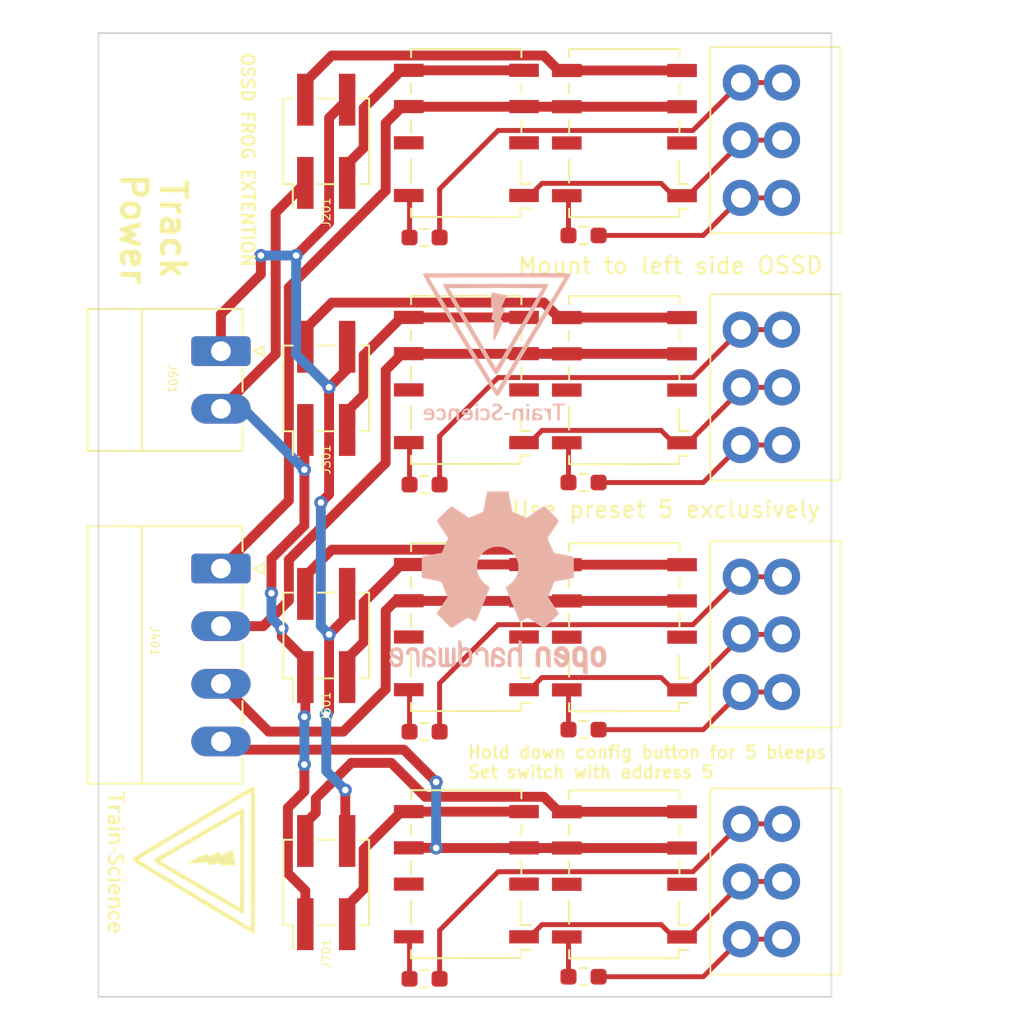
<source format=kicad_pcb>
(kicad_pcb (version 20240108) (generator "pcbnew") (generator_version "8.0")
  (layers (0 "F.Cu" signal) (31 "B.Cu" signal) (34 "B.Paste" user) (35 "F.Paste" user) (36 "B.SilkS" user "B.Silkscreen") (37 "F.SilkS" user "F.Silkscreen") (38 "B.Mask" user) (39 "F.Mask" user) (44 "Edge.Cuts" user))
  (net 0 "")
  (net 1 "/relay1/Coil2")
  (net 2 "/relay1/Coil1")
  (net 3 "+12V")
  (net 4 "/relay2/Coil2")
  (net 5 "/relay2/Coil1")
  (net 6 "/relay3/Coil1")
  (net 7 "/relay3/Coil2")
  (net 8 "/relay4/Coil1")
  (net 9 "/relay4/Coil2")
  (net 10 "Net-(J201-Pin_3)")
  (net 11 "Net-(J201-Pin_2)")
  (net 12 "DCC_A")
  (net 13 "DCC_B")
  (net 14 "Net-(J301-Pin_2)")
  (net 15 "Net-(J301-Pin_3)")
  (net 16 "/frog/Frog4")
  (net 17 "/frog/Frog2")
  (net 18 "/frog/Frog1")
  (net 19 "/frog/Frog3")
  (net 20 "Net-(J501-Pin_2)")
  (net 21 "Net-(J501-Pin_3)")
  (net 22 "Net-(J701-Pin_3)")
  (net 23 "Net-(J701-Pin_2)")
  (net 24 "Net-(K201-Pad8)")
  (net 28 "Net-(K202-Pad8)")
  (net 31 "Net-(K301-Pad8)")
  (net 34 "Net-(K302-Pad8)")
  (net 37 "Net-(K501-Pad8)")
  (net 40 "Net-(K502-Pad8)")
  (net 42 "Net-(K701-Pad8)")
  (net 46 "Net-(K702-Pad8)")
  (footprint "Relay_SMD:Relay_DPDT_Omron_G6K-2F-Y" (layer "F.Cu") (at 219.837 128.058 180)
    (property "Reference" "K701" (hide yes))
    (property "Value" "G6K-2F-Y-TR DC12")
    (pad "1" smd rect (at -3.5 -3.8 180) (size 1.8 0.8) (layers "F.Cu" "F.Paste" "F.Mask") (net 3 "+12V"))
    (pad "2" smd rect (at -3.5 -0.6 180) (size 1.8 0.8) (layers "F.Cu" "F.Paste" "F.Mask"))
    (pad "3" smd rect (at -3.5 1.6 180) (size 1.8 0.8) (layers "F.Cu" "F.Paste" "F.Mask") (net 16 "/frog/Frog4"))
    (pad "4" smd rect (at -3.5 3.8 180) (size 1.8 0.8) (layers "F.Cu" "F.Paste" "F.Mask") (net 22 "Net-(J701-Pin_3)"))
    (pad "5" smd rect (at 3.5 3.8 180) (size 1.8 0.8) (layers "F.Cu" "F.Paste" "F.Mask") (net 22 "Net-(J701-Pin_3)"))
    (pad "6" smd rect (at 3.5 1.6 180) (size 1.8 0.8) (layers "F.Cu" "F.Paste" "F.Mask") (net 16 "/frog/Frog4"))
    (pad "7" smd rect (at 3.5 -0.6 180) (size 1.8 0.8) (layers "F.Cu" "F.Paste" "F.Mask"))
    (pad "8" smd rect (at 3.5 -3.8 180) (size 1.8 0.8) (layers "F.Cu" "F.Paste" "F.Mask") (net 42 "Net-(K701-Pad8)"))
  )
  (footprint "custom_kicad_lib_sk:connector_3.50mm_3P horizontal_MALE" (layer "F.Cu") (at 236.5 128.5 90)
    (property "Reference" "J702" (hide yes))
    (property "Value" "Screw_Terminal_01x03" (hide yes))
    (pad "1" thru_hole circle (at 3.5 0 90) (size 2.2 2.2) (drill 1.2) (layers "*.Cu" "*.Mask") (net 9 "/relay4/Coil2"))
    (pad "1" thru_hole circle (at 3.5 2.5 90) (size 2.2 2.2) (drill 1.2) (layers "*.Cu" "*.Mask") (net 9 "/relay4/Coil2"))
    (pad "2" thru_hole circle (at 0 0 90) (size 2.2 2.2) (drill 1.2) (layers "*.Cu" "*.Mask") (net 3 "+12V"))
    (pad "2" thru_hole circle (at 0 2.5 90) (size 2.2 2.2) (drill 1.2) (layers "*.Cu" "*.Mask") (net 3 "+12V"))
    (pad "3" thru_hole circle (at -3.5 0 90) (size 2.2 2.2) (drill 1.2) (layers "*.Cu" "*.Mask") (net 8 "/relay4/Coil1"))
    (pad "3" thru_hole circle (at -3.5 2.5 90) (size 2.2 2.2) (drill 1.2) (layers "*.Cu" "*.Mask") (net 8 "/relay4/Coil1"))
  )
  (footprint "custom_kicad_lib_sk:R_0603_smalltext" (layer "F.Cu") (at 217.297 104.408)
    (property "Reference" "R302" (hide yes))
    (property "Value" "680R")
    (pad "1" smd roundrect (at -0.9125 0) (size 0.975 0.95) (layers "F.Cu" "F.Paste" "F.Mask") (net 31 "Net-(K301-Pad8)"))
    (pad "2" smd roundrect (at 0.9125 0) (size 0.975 0.95) (layers "F.Cu" "F.Paste" "F.Mask") (net 4 "/relay2/Coil2"))
  )
  (footprint "Connector_PinHeader_2.54mm:PinHeader_2x02_P2.54mm_Vertical_SMD" (layer "F.Cu") (at 211.328 128.566 90)
    (property "Reference" "J701" (at -4.318 0 90) (layer "F.SilkS") (effects (font (size 0.5 0.5) (thickness 0.075))))
    (property "Value" "Conn_02x02_Odd_Even")
    (pad "1" smd rect (at -2.525 -1.27 90) (size 3.15 1) (layers "F.Cu" "F.Paste" "F.Mask") (net 12 "DCC_A"))
    (pad "2" smd rect (at 2.525 -1.27 90) (size 3.15 1) (layers "F.Cu" "F.Paste" "F.Mask") (net 23 "Net-(J701-Pin_2)"))
    (pad "3" smd rect (at -2.525 1.27 90) (size 3.15 1) (layers "F.Cu" "F.Paste" "F.Mask") (net 22 "Net-(J701-Pin_3)"))
    (pad "4" smd rect (at 2.525 1.27 90) (size 3.15 1) (layers "F.Cu" "F.Paste" "F.Mask") (net 13 "DCC_B"))
  )
  (footprint "custom_kicad_lib_sk:R_0603_smalltext" (layer "F.Cu") (at 226.949 134.281)
    (property "Reference" "R701" (hide yes))
    (property "Value" "680R")
    (pad "1" smd roundrect (at -0.9125 0) (size 0.975 0.95) (layers "F.Cu" "F.Paste" "F.Mask") (net 46 "Net-(K702-Pad8)"))
    (pad "2" smd roundrect (at 0.9125 0) (size 0.975 0.95) (layers "F.Cu" "F.Paste" "F.Mask") (net 8 "/relay4/Coil1"))
  )
  (footprint "Relay_SMD:Relay_DPDT_Omron_G6K-2F-Y" (layer "F.Cu") (at 229.433 113.068 180)
    (property "Reference" "K502" (hide yes))
    (property "Value" "G6K-2F-Y-TR DC12")
    (pad "1" smd rect (at -3.5 -3.8 180) (size 1.8 0.8) (layers "F.Cu" "F.Paste" "F.Mask") (net 3 "+12V"))
    (pad "2" smd rect (at -3.5 -0.6 180) (size 1.8 0.8) (layers "F.Cu" "F.Paste" "F.Mask"))
    (pad "3" smd rect (at -3.5 1.6 180) (size 1.8 0.8) (layers "F.Cu" "F.Paste" "F.Mask") (net 19 "/frog/Frog3"))
    (pad "4" smd rect (at -3.5 3.8 180) (size 1.8 0.8) (layers "F.Cu" "F.Paste" "F.Mask") (net 20 "Net-(J501-Pin_2)"))
    (pad "5" smd rect (at 3.5 3.8 180) (size 1.8 0.8) (layers "F.Cu" "F.Paste" "F.Mask") (net 20 "Net-(J501-Pin_2)"))
    (pad "6" smd rect (at 3.5 1.6 180) (size 1.8 0.8) (layers "F.Cu" "F.Paste" "F.Mask") (net 19 "/frog/Frog3"))
    (pad "7" smd rect (at 3.5 -0.6 180) (size 1.8 0.8) (layers "F.Cu" "F.Paste" "F.Mask"))
    (pad "8" smd rect (at 3.5 -3.8 180) (size 1.8 0.8) (layers "F.Cu" "F.Paste" "F.Mask") (net 40 "Net-(K502-Pad8)"))
  )
  (footprint "Connector_Phoenix_MC:PhoenixContact_MC_1,5_4-G-3.5_1x04_P3.50mm_Horizontal" (layer "F.Cu") (at 204.9325 109.5 -90)
    (property "Reference" "J401" (at 4.419 4.0185 -90) (layer "F.SilkS") (effects (font (size 0.5 0.5) (thickness 0.075))))
    (property "Value" "Screw_Terminal_01x04")
    (pad "1" thru_hole roundrect (at 0 0 270) (size 1.8 3.6) (drill 1.2) (layers "*.Cu" "*.Mask") (roundrect_rratio 0.138889) (net 18 "/frog/Frog1"))
    (pad "2" thru_hole oval (at 3.5 0 270) (size 1.8 3.6) (drill 1.2) (layers "*.Cu" "*.Mask") (net 17 "/frog/Frog2"))
    (pad "3" thru_hole oval (at 7 0 270) (size 1.8 3.6) (drill 1.2) (layers "*.Cu" "*.Mask") (net 19 "/frog/Frog3"))
    (pad "4" thru_hole oval (at 10.5 0 270) (size 1.8 3.6) (drill 1.2) (layers "*.Cu" "*.Mask") (net 16 "/frog/Frog4"))
  )
  (footprint "Relay_SMD:Relay_DPDT_Omron_G6K-2F-Y" (layer "F.Cu") (at 219.837 113.058 180)
    (property "Reference" "K501" (hide yes))
    (property "Value" "G6K-2F-Y-TR DC12")
    (pad "1" smd rect (at -3.5 -3.8 180) (size 1.8 0.8) (layers "F.Cu" "F.Paste" "F.Mask") (net 3 "+12V"))
    (pad "2" smd rect (at -3.5 -0.6 180) (size 1.8 0.8) (layers "F.Cu" "F.Paste" "F.Mask"))
    (pad "3" smd rect (at -3.5 1.6 180) (size 1.8 0.8) (layers "F.Cu" "F.Paste" "F.Mask") (net 19 "/frog/Frog3"))
    (pad "4" smd rect (at -3.5 3.8 180) (size 1.8 0.8) (layers "F.Cu" "F.Paste" "F.Mask") (net 21 "Net-(J501-Pin_3)"))
    (pad "5" smd rect (at 3.5 3.8 180) (size 1.8 0.8) (layers "F.Cu" "F.Paste" "F.Mask") (net 21 "Net-(J501-Pin_3)"))
    (pad "6" smd rect (at 3.5 1.6 180) (size 1.8 0.8) (layers "F.Cu" "F.Paste" "F.Mask") (net 19 "/frog/Frog3"))
    (pad "7" smd rect (at 3.5 -0.6 180) (size 1.8 0.8) (layers "F.Cu" "F.Paste" "F.Mask"))
    (pad "8" smd rect (at 3.5 -3.8 180) (size 1.8 0.8) (layers "F.Cu" "F.Paste" "F.Mask") (net 37 "Net-(K501-Pad8)"))
  )
  (footprint "Connector_Phoenix_MC:PhoenixContact_MC_1,5_2-G-3.5_1x02_P3.50mm_Horizontal" (layer "F.Cu") (at 204.9325 96.305 -90)
    (property "Reference" "J601" (at 1.695 2.9325 -90) (layer "F.SilkS") (effects (font (size 0.5 0.5) (thickness 0.075))))
    (property "Value" "Screw_Terminal_01x02")
    (pad "1" thru_hole roundrect (at 0 0 270) (size 1.8 3.6) (drill 1.2) (layers "*.Cu" "*.Mask") (roundrect_rratio 0.138889) (net 13 "DCC_B"))
    (pad "2" thru_hole oval (at 3.5 0 270) (size 1.8 3.6) (drill 1.2) (layers "*.Cu" "*.Mask") (net 12 "DCC_A"))
  )
  (footprint "custom_kicad_lib_sk:R_0603_smalltext" (layer "F.Cu") (at 226.949 119.281)
    (property "Reference" "R501" (hide yes))
    (property "Value" "680R")
    (pad "1" smd roundrect (at -0.9125 0) (size 0.975 0.95) (layers "F.Cu" "F.Paste" "F.Mask") (net 40 "Net-(K502-Pad8)"))
    (pad "2" smd roundrect (at 0.9125 0) (size 0.975 0.95) (layers "F.Cu" "F.Paste" "F.Mask") (net 6 "/relay3/Coil1"))
  )
  (footprint "MountingHole:MountingHole_3.2mm_M3" (layer "F.Cu") (at 201 132)
    (property "Reference" "REF**" (hide yes))
    (property "Value" "MountingHole_3.2mm_M3")
    (pad "" np_thru_hole circle (at 0 0) (size 3.2 3.2) (drill 3.2) (layers "*.Cu" "*.Mask"))
  )
  (footprint "custom_kicad_lib_sk:R_0603_smalltext" (layer "F.Cu") (at 217.297 89.408)
    (property "Reference" "R202" (hide yes))
    (property "Value" "680R")
    (pad "1" smd roundrect (at -0.9125 0) (size 0.975 0.95) (layers "F.Cu" "F.Paste" "F.Mask") (net 24 "Net-(K201-Pad8)"))
    (pad "2" smd roundrect (at 0.9125 0) (size 0.975 0.95) (layers "F.Cu" "F.Paste" "F.Mask") (net 1 "/relay1/Coil2"))
  )
  (footprint "Relay_SMD:Relay_DPDT_Omron_G6K-2F-Y" (layer "F.Cu") (at 229.433 83.068 180)
    (property "Reference" "K202" (hide yes))
    (property "Value" "G6K-2F-Y-TR DC12")
    (pad "1" smd rect (at -3.5 -3.8 180) (size 1.8 0.8) (layers "F.Cu" "F.Paste" "F.Mask") (net 3 "+12V"))
    (pad "2" smd rect (at -3.5 -0.6 180) (size 1.8 0.8) (layers "F.Cu" "F.Paste" "F.Mask"))
    (pad "3" smd rect (at -3.5 1.6 180) (size 1.8 0.8) (layers "F.Cu" "F.Paste" "F.Mask") (net 18 "/frog/Frog1"))
    (pad "4" smd rect (at -3.5 3.8 180) (size 1.8 0.8) (layers "F.Cu" "F.Paste" "F.Mask") (net 11 "Net-(J201-Pin_2)"))
    (pad "5" smd rect (at 3.5 3.8 180) (size 1.8 0.8) (layers "F.Cu" "F.Paste" "F.Mask") (net 11 "Net-(J201-Pin_2)"))
    (pad "6" smd rect (at 3.5 1.6 180) (size 1.8 0.8) (layers "F.Cu" "F.Paste" "F.Mask") (net 18 "/frog/Frog1"))
    (pad "7" smd rect (at 3.5 -0.6 180) (size 1.8 0.8) (layers "F.Cu" "F.Paste" "F.Mask"))
    (pad "8" smd rect (at 3.5 -3.8 180) (size 1.8 0.8) (layers "F.Cu" "F.Paste" "F.Mask") (net 28 "Net-(K202-Pad8)"))
  )
  (footprint "custom_kicad_lib_sk:R_0603_smalltext" (layer "F.Cu") (at 226.949 104.281)
    (property "Reference" "R301" (hide yes))
    (property "Value" "680R")
    (pad "1" smd roundrect (at -0.9125 0) (size 0.975 0.95) (layers "F.Cu" "F.Paste" "F.Mask") (net 34 "Net-(K302-Pad8)"))
    (pad "2" smd roundrect (at 0.9125 0) (size 0.975 0.95) (layers "F.Cu" "F.Paste" "F.Mask") (net 5 "/relay2/Coil1"))
  )
  (footprint "Relay_SMD:Relay_DPDT_Omron_G6K-2F-Y" (layer "F.Cu") (at 219.837 98.058 180)
    (property "Reference" "K301" (hide yes))
    (property "Value" "G6K-2F-Y-TR DC12")
    (pad "1" smd rect (at -3.5 -3.8 180) (size 1.8 0.8) (layers "F.Cu" "F.Paste" "F.Mask") (net 3 "+12V"))
    (pad "2" smd rect (at -3.5 -0.6 180) (size 1.8 0.8) (layers "F.Cu" "F.Paste" "F.Mask"))
    (pad "3" smd rect (at -3.5 1.6 180) (size 1.8 0.8) (layers "F.Cu" "F.Paste" "F.Mask") (net 17 "/frog/Frog2"))
    (pad "4" smd rect (at -3.5 3.8 180) (size 1.8 0.8) (layers "F.Cu" "F.Paste" "F.Mask") (net 15 "Net-(J301-Pin_3)"))
    (pad "5" smd rect (at 3.5 3.8 180) (size 1.8 0.8) (layers "F.Cu" "F.Paste" "F.Mask") (net 15 "Net-(J301-Pin_3)"))
    (pad "6" smd rect (at 3.5 1.6 180) (size 1.8 0.8) (layers "F.Cu" "F.Paste" "F.Mask") (net 17 "/frog/Frog2"))
    (pad "7" smd rect (at 3.5 -0.6 180) (size 1.8 0.8) (layers "F.Cu" "F.Paste" "F.Mask"))
    (pad "8" smd rect (at 3.5 -3.8 180) (size 1.8 0.8) (layers "F.Cu" "F.Paste" "F.Mask") (net 31 "Net-(K301-Pad8)"))
  )
  (footprint "Connector_PinHeader_2.54mm:PinHeader_2x02_P2.54mm_Vertical_SMD" (layer "F.Cu") (at 211.328 113.566 90)
    (property "Reference" "J501" (at -4.318 0 90) (layer "F.SilkS") (effects (font (size 0.5 0.5) (thickness 0.075))))
    (property "Value" "Conn_02x02_Odd_Even")
    (pad "1" smd rect (at -2.525 -1.27 90) (size 3.15 1) (layers "F.Cu" "F.Paste" "F.Mask") (net 12 "DCC_A"))
    (pad "2" smd rect (at 2.525 -1.27 90) (size 3.15 1) (layers "F.Cu" "F.Paste" "F.Mask") (net 20 "Net-(J501-Pin_2)"))
    (pad "3" smd rect (at -2.525 1.27 90) (size 3.15 1) (layers "F.Cu" "F.Paste" "F.Mask") (net 21 "Net-(J501-Pin_3)"))
    (pad "4" smd rect (at 2.525 1.27 90) (size 3.15 1) (layers "F.Cu" "F.Paste" "F.Mask") (net 13 "DCC_B"))
  )
  (footprint "MountingHole:MountingHole_3.2mm_M3" (layer "F.Cu") (at 201 80.5)
    (property "Reference" "REF**" (hide yes))
    (property "Value" "MountingHole_3.2mm_M3")
    (pad "" np_thru_hole circle (at 0 0) (size 3.2 3.2) (drill 3.2) (layers "*.Cu" "*.Mask"))
  )
  (footprint "custom_kicad_lib_sk:connector_3.50mm_3P horizontal_MALE" (layer "F.Cu") (at 236.5 98.5 90)
    (property "Reference" "J302" (hide yes))
    (property "Value" "Screw_Terminal_01x03" (hide yes))
    (pad "1" thru_hole circle (at 3.5 0 90) (size 2.2 2.2) (drill 1.2) (layers "*.Cu" "*.Mask") (net 4 "/relay2/Coil2"))
    (pad "1" thru_hole circle (at 3.5 2.5 90) (size 2.2 2.2) (drill 1.2) (layers "*.Cu" "*.Mask") (net 4 "/relay2/Coil2"))
    (pad "2" thru_hole circle (at 0 0 90) (size 2.2 2.2) (drill 1.2) (layers "*.Cu" "*.Mask") (net 3 "+12V"))
    (pad "2" thru_hole circle (at 0 2.5 90) (size 2.2 2.2) (drill 1.2) (layers "*.Cu" "*.Mask") (net 3 "+12V"))
    (pad "3" thru_hole circle (at -3.5 0 90) (size 2.2 2.2) (drill 1.2) (layers "*.Cu" "*.Mask") (net 5 "/relay2/Coil1"))
    (pad "3" thru_hole circle (at -3.5 2.5 90) (size 2.2 2.2) (drill 1.2) (layers "*.Cu" "*.Mask") (net 5 "/relay2/Coil1"))
  )
  (footprint "custom_kicad_lib_sk:Train-Science logo small" (layer "F.Cu") (at 202.438 127.254 -90)
    (property "Reference" "G***" (hide yes))
    (property "Value" "LOGO" (hide yes))
  )
  (footprint "Relay_SMD:Relay_DPDT_Omron_G6K-2F-Y" (layer "F.Cu") (at 229.433 128.068 180)
    (property "Reference" "K702" (hide yes))
    (property "Value" "G6K-2F-Y-TR DC12")
    (pad "1" smd rect (at -3.5 -3.8 180) (size 1.8 0.8) (layers "F.Cu" "F.Paste" "F.Mask") (net 3 "+12V"))
    (pad "2" smd rect (at -3.5 -0.6 180) (size 1.8 0.8) (layers "F.Cu" "F.Paste" "F.Mask"))
    (pad "3" smd rect (at -3.5 1.6 180) (size 1.8 0.8) (layers "F.Cu" "F.Paste" "F.Mask") (net 16 "/frog/Frog4"))
    (pad "4" smd rect (at -3.5 3.8 180) (size 1.8 0.8) (layers "F.Cu" "F.Paste" "F.Mask") (net 23 "Net-(J701-Pin_2)"))
    (pad "5" smd rect (at 3.5 3.8 180) (size 1.8 0.8) (layers "F.Cu" "F.Paste" "F.Mask") (net 23 "Net-(J701-Pin_2)"))
    (pad "6" smd rect (at 3.5 1.6 180) (size 1.8 0.8) (layers "F.Cu" "F.Paste" "F.Mask") (net 16 "/frog/Frog4"))
    (pad "7" smd rect (at 3.5 -0.6 180) (size 1.8 0.8) (layers "F.Cu" "F.Paste" "F.Mask"))
    (pad "8" smd rect (at 3.5 -3.8 180) (size 1.8 0.8) (layers "F.Cu" "F.Paste" "F.Mask") (net 46 "Net-(K702-Pad8)"))
  )
  (footprint "Connector_PinHeader_2.54mm:PinHeader_2x02_P2.54mm_Vertical_SMD" (layer "F.Cu") (at 211.328 83.566 90)
    (property "Reference" "J201" (at -4.318 0 90) (layer "F.SilkS") (effects (font (size 0.5 0.5) (thickness 0.075))))
    (property "Value" "Conn_02x02_Odd_Even")
    (pad "1" smd rect (at -2.525 -1.27 90) (size 3.15 1) (layers "F.Cu" "F.Paste" "F.Mask") (net 12 "DCC_A"))
    (pad "2" smd rect (at 2.525 -1.27 90) (size 3.15 1) (layers "F.Cu" "F.Paste" "F.Mask") (net 11 "Net-(J201-Pin_2)"))
    (pad "3" smd rect (at -2.525 1.27 90) (size 3.15 1) (layers "F.Cu" "F.Paste" "F.Mask") (net 10 "Net-(J201-Pin_3)"))
    (pad "4" smd rect (at 2.525 1.27 90) (size 3.15 1) (layers "F.Cu" "F.Paste" "F.Mask") (net 13 "DCC_B"))
  )
  (footprint "Connector_PinHeader_2.54mm:PinHeader_2x02_P2.54mm_Vertical_SMD" (layer "F.Cu") (at 211.328 98.566 90)
    (property "Reference" "J301" (at -4.318 0 90) (layer "F.SilkS") (effects (font (size 0.5 0.5) (thickness 0.075))))
    (property "Value" "Conn_02x02_Odd_Even")
    (pad "1" smd rect (at -2.525 -1.27 90) (size 3.15 1) (layers "F.Cu" "F.Paste" "F.Mask") (net 12 "DCC_A"))
    (pad "2" smd rect (at 2.525 -1.27 90) (size 3.15 1) (layers "F.Cu" "F.Paste" "F.Mask") (net 14 "Net-(J301-Pin_2)"))
    (pad "3" smd rect (at -2.525 1.27 90) (size 3.15 1) (layers "F.Cu" "F.Paste" "F.Mask") (net 15 "Net-(J301-Pin_3)"))
    (pad "4" smd rect (at 2.525 1.27 90) (size 3.15 1) (layers "F.Cu" "F.Paste" "F.Mask") (net 13 "DCC_B"))
  )
  (footprint "custom_kicad_lib_sk:connector_3.50mm_3P horizontal_MALE" (layer "F.Cu") (at 236.5 113.5 90)
    (property "Reference" "J502" (hide yes))
    (property "Value" "Screw_Terminal_01x03" (hide yes))
    (pad "1" thru_hole circle (at 3.5 0 90) (size 2.2 2.2) (drill 1.2) (layers "*.Cu" "*.Mask") (net 7 "/relay3/Coil2"))
    (pad "1" thru_hole circle (at 3.5 2.5 90) (size 2.2 2.2) (drill 1.2) (layers "*.Cu" "*.Mask") (net 7 "/relay3/Coil2"))
    (pad "2" thru_hole circle (at 0 0 90) (size 2.2 2.2) (drill 1.2) (layers "*.Cu" "*.Mask") (net 3 "+12V"))
    (pad "2" thru_hole circle (at 0 2.5 90) (size 2.2 2.2) (drill 1.2) (layers "*.Cu" "*.Mask") (net 3 "+12V"))
    (pad "3" thru_hole circle (at -3.5 0 90) (size 2.2 2.2) (drill 1.2) (layers "*.Cu" "*.Mask") (net 6 "/relay3/Coil1"))
    (pad "3" thru_hole circle (at -3.5 2.5 90) (size 2.2 2.2) (drill 1.2) (layers "*.Cu" "*.Mask") (net 6 "/relay3/Coil1"))
  )
  (footprint "Relay_SMD:Relay_DPDT_Omron_G6K-2F-Y" (layer "F.Cu") (at 219.837 83.058 180)
    (property "Reference" "K201" (hide yes))
    (property "Value" "G6K-2F-Y-TR DC12")
    (pad "1" smd rect (at -3.5 -3.8 180) (size 1.8 0.8) (layers "F.Cu" "F.Paste" "F.Mask") (net 3 "+12V"))
    (pad "2" smd rect (at -3.5 -0.6 180) (size 1.8 0.8) (layers "F.Cu" "F.Paste" "F.Mask"))
    (pad "3" smd rect (at -3.5 1.6 180) (size 1.8 0.8) (layers "F.Cu" "F.Paste" "F.Mask") (net 18 "/frog/Frog1"))
    (pad "4" smd rect (at -3.5 3.8 180) (size 1.8 0.8) (layers "F.Cu" "F.Paste" "F.Mask") (net 10 "Net-(J201-Pin_3)"))
    (pad "5" smd rect (at 3.5 3.8 180) (size 1.8 0.8) (layers "F.Cu" "F.Paste" "F.Mask") (net 10 "Net-(J201-Pin_3)"))
    (pad "6" smd rect (at 3.5 1.6 180) (size 1.8 0.8) (layers "F.Cu" "F.Paste" "F.Mask") (net 18 "/frog/Frog1"))
    (pad "7" smd rect (at 3.5 -0.6 180) (size 1.8 0.8) (layers "F.Cu" "F.Paste" "F.Mask"))
    (pad "8" smd rect (at 3.5 -3.8 180) (size 1.8 0.8) (layers "F.Cu" "F.Paste" "F.Mask") (net 24 "Net-(K201-Pad8)"))
  )
  (footprint "custom_kicad_lib_sk:R_0603_smalltext" (layer "F.Cu") (at 226.949 89.281)
    (property "Reference" "R201" (hide yes))
    (property "Value" "680R")
    (pad "1" smd roundrect (at -0.9125 0) (size 0.975 0.95) (layers "F.Cu" "F.Paste" "F.Mask") (net 28 "Net-(K202-Pad8)"))
    (pad "2" smd roundrect (at 0.9125 0) (size 0.975 0.95) (layers "F.Cu" "F.Paste" "F.Mask") (net 2 "/relay1/Coil1"))
  )
  (footprint "custom_kicad_lib_sk:R_0603_smalltext" (layer "F.Cu") (at 217.297 119.408)
    (property "Reference" "R502" (hide yes))
    (property "Value" "680R")
    (pad "1" smd roundrect (at -0.9125 0) (size 0.975 0.95) (layers "F.Cu" "F.Paste" "F.Mask") (net 37 "Net-(K501-Pad8)"))
    (pad "2" smd roundrect (at 0.9125 0) (size 0.975 0.95) (layers "F.Cu" "F.Paste" "F.Mask") (net 7 "/relay3/Coil2"))
  )
  (footprint "custom_kicad_lib_sk:connector_3.50mm_3P horizontal_MALE" (layer "F.Cu") (at 236.5 83.5 90)
    (property "Reference" "J202" (hide yes))
    (property "Value" "Screw_Terminal_01x03" (hide yes))
    (pad "1" thru_hole circle (at 3.5 0 90) (size 2.2 2.2) (drill 1.2) (layers "*.Cu" "*.Mask") (net 1 "/relay1/Coil2"))
    (pad "1" thru_hole circle (at 3.5 2.5 90) (size 2.2 2.2) (drill 1.2) (layers "*.Cu" "*.Mask") (net 1 "/relay1/Coil2"))
    (pad "2" thru_hole circle (at 0 0 90) (size 2.2 2.2) (drill 1.2) (layers "*.Cu" "*.Mask") (net 3 "+12V"))
    (pad "2" thru_hole circle (at 0 2.5 90) (size 2.2 2.2) (drill 1.2) (layers "*.Cu" "*.Mask") (net 3 "+12V"))
    (pad "3" thru_hole circle (at -3.5 0 90) (size 2.2 2.2) (drill 1.2) (layers "*.Cu" "*.Mask") (net 2 "/relay1/Coil1"))
    (pad "3" thru_hole circle (at -3.5 2.5 90) (size 2.2 2.2) (drill 1.2) (layers "*.Cu" "*.Mask") (net 2 "/relay1/Coil1"))
  )
  (footprint "custom_kicad_lib_sk:R_0603_smalltext" (layer "F.Cu") (at 217.297 134.408)
    (property "Reference" "R702" (hide yes))
    (property "Value" "680R")
    (pad "1" smd roundrect (at -0.9125 0) (size 0.975 0.95) (layers "F.Cu" "F.Paste" "F.Mask") (net 42 "Net-(K701-Pad8)"))
    (pad "2" smd roundrect (at 0.9125 0) (size 0.975 0.95) (layers "F.Cu" "F.Paste" "F.Mask") (net 9 "/relay4/Coil2"))
  )
  (footprint "Relay_SMD:Relay_DPDT_Omron_G6K-2F-Y" (layer "F.Cu") (at 229.433 98.068 180)
    (property "Reference" "K302" (hide yes))
    (property "Value" "G6K-2F-Y-TR DC12")
    (pad "1" smd rect (at -3.5 -3.8 180) (size 1.8 0.8) (layers "F.Cu" "F.Paste" "F.Mask") (net 3 "+12V"))
    (pad "2" smd rect (at -3.5 -0.6 180) (size 1.8 0.8) (layers "F.Cu" "F.Paste" "F.Mask"))
    (pad "3" smd rect (at -3.5 1.6 180) (size 1.8 0.8) (layers "F.Cu" "F.Paste" "F.Mask") (net 17 "/frog/Frog2"))
    (pad "4" smd rect (at -3.5 3.8 180) (size 1.8 0.8) (layers "F.Cu" "F.Paste" "F.Mask") (net 14 "Net-(J301-Pin_2)"))
    (pad "5" smd rect (at 3.5 3.8 180) (size 1.8 0.8) (layers "F.Cu" "F.Paste" "F.Mask") (net 14 "Net-(J301-Pin_2)"))
    (pad "6" smd rect (at 3.5 1.6 180) (size 1.8 0.8) (layers "F.Cu" "F.Paste" "F.Mask") (net 17 "/frog/Frog2"))
    (pad "7" smd rect (at 3.5 -0.6 180) (size 1.8 0.8) (layers "F.Cu" "F.Paste" "F.Mask"))
    (pad "8" smd rect (at 3.5 -3.8 180) (size 1.8 0.8) (layers "F.Cu" "F.Paste" "F.Mask") (net 34 "Net-(K302-Pad8)"))
  )
  (footprint "Symbol:OSHW-Logo2_14.6x12mm_SilkScreen" (layer "B.Cu") (at 221.742 110.363 180)
    (property "Reference" "REF**" (hide yes))
    (property "Value" "OSHW-Logo2_14.6x12mm_SilkScreen" (hide yes))
  )
  (footprint "custom_kicad_lib_sk:Train-Science logo small" (layer "B.Cu") (at 221.615 96.139 180)
    (property "Reference" "G***" (hide yes))
    (property "Value" "LOGO" (hide yes))
  )
  (gr_rect (start 197.5 77) (end 242 135.5) (stroke (width 0.1)) (fill none) (layer "Edge.Cuts"))
  (gr_text "Use preset 5 exclusively" (at 222.5 106.5 0) (layer "F.SilkS") (effects (font (size 1 1)) (justify left bottom)))
  (gr_text "Mount to left side OSSD" (at 222.885 91.694 0) (layer "F.SilkS") (effects (font (size 1 1)) (justify left bottom)))
  (gr_text "Hold down config button for 5 bleeps\nSet switch with address 5" (at 219.837 122.301 0) (layer "F.SilkS") (effects (font (size 0.75 0.75)) (justify left bottom)))
  (gr_text "OSSD FROG EXTENTION" (at 206.121 78.105 270) (layer "F.SilkS") (effects (font (size 0.75 0.75) (thickness 0.15) (bold yes)) (justify left bottom)))
  (gr_text "Track\nPower" (at 198.755 88.9 270) (layer "F.SilkS") (effects (font (size 1.5 1.5) (thickness 0.3) (bold yes)) (justify bottom)))
  (segment (start 239 80) (end 236.5 80) (width 0.3) (layer "F.Cu") (net 1))
  (segment (start 218.2095 89.408) (end 218.2095 86.4635) (width 0.3) (layer "F.Cu") (net 1))
  (segment (start 233.592 82.908) (end 236.5 80) (width 0.3) (layer "F.Cu") (net 1))
  (segment (start 218.2095 86.4635) (end 221.765 82.908) (width 0.3) (layer "F.Cu") (net 1))
  (segment (start 221.765 82.908) (end 233.592 82.908) (width 0.3) (layer "F.Cu") (net 1))
  (segment (start 239 87) (end 236.5 87) (width 0.3) (layer "F.Cu") (net 2))
  (segment (start 227.8615 89.281) (end 234.219 89.281) (width 0.3) (layer "F.Cu") (net 2))
  (segment (start 234.219 89.281) (end 236.5 87) (width 0.3) (layer "F.Cu") (net 2))
  (segment (start 233.299 116.868) (end 236.5 113.667) (width 0.3) (layer "F.Cu") (net 3))
  (segment (start 231.66 116.118) (end 224.4275 116.118) (width 0.3) (layer "F.Cu") (net 3))
  (segment (start 231.66 101.118) (end 224.4275 101.118) (width 0.3) (layer "F.Cu") (net 3))
  (segment (start 232.41 86.868) (end 231.66 86.118) (width 0.3) (layer "F.Cu") (net 3))
  (segment (start 232.933 86.868) (end 232.41 86.868) (width 0.3) (layer "F.Cu") (net 3))
  (segment (start 223.6875 86.858) (end 223.337 86.858) (width 0.3) (layer "F.Cu") (net 3))
  (segment (start 233.299 101.868) (end 236.5 98.667) (width 0.3) (layer "F.Cu") (net 3))
  (segment (start 233.299 131.868) (end 236.5 128.667) (width 0.3) (layer "F.Cu") (net 3))
  (segment (start 224.4275 116.118) (end 223.6875 116.858) (width 0.3) (layer "F.Cu") (net 3))
  (segment (start 239 83.5) (end 236.5 83.5) (width 0.3) (layer "F.Cu") (net 3))
  (segment (start 236.5 83.667) (end 236.5 83.5) (width 0.3) (layer "F.Cu") (net 3))
  (segment (start 236.5 98.667) (end 236.5 98.5) (width 0.3) (layer "F.Cu") (net 3))
  (segment (start 224.4275 131.118) (end 223.6875 131.858) (width 0.3) (layer "F.Cu") (net 3))
  (segment (start 232.933 86.868) (end 233.299 86.868) (width 0.3) (layer "F.Cu") (net 3))
  (segment (start 231.66 131.118) (end 224.4275 131.118) (width 0.3) (layer "F.Cu") (net 3))
  (segment (start 239 98.5) (end 236.5 98.5) (width 0.3) (layer "F.Cu") (net 3))
  (segment (start 231.66 86.118) (end 224.4275 86.118) (width 0.3) (layer "F.Cu") (net 3))
  (segment (start 224.4275 101.118) (end 223.6875 101.858) (width 0.3) (layer "F.Cu") (net 3))
  (segment (start 232.933 131.868) (end 233.299 131.868) (width 0.3) (layer "F.Cu") (net 3))
  (segment (start 232.41 131.868) (end 231.66 131.118) (width 0.3) (layer "F.Cu") (net 3))
  (segment (start 232.933 116.868) (end 233.299 116.868) (width 0.3) (layer "F.Cu") (net 3))
  (segment (start 232.41 101.868) (end 231.66 101.118) (width 0.3) (layer "F.Cu") (net 3))
  (segment (start 236.5 128.667) (end 236.5 128.5) (width 0.3) (layer "F.Cu") (net 3))
  (segment (start 232.933 101.868) (end 232.41 101.868) (width 0.3) (layer "F.Cu") (net 3))
  (segment (start 232.41 116.868) (end 231.66 116.118) (width 0.3) (layer "F.Cu") (net 3))
  (segment (start 223.6875 116.858) (end 223.337 116.858) (width 0.3) (layer "F.Cu") (net 3))
  (segment (start 223.6875 101.858) (end 223.337 101.858) (width 0.3) (layer "F.Cu") (net 3))
  (segment (start 239 128.5) (end 236.5 128.5) (width 0.3) (layer "F.Cu") (net 3))
  (segment (start 224.4275 86.118) (end 223.6875 86.858) (width 0.3) (layer "F.Cu") (net 3))
  (segment (start 232.933 116.868) (end 232.41 116.868) (width 0.3) (layer "F.Cu") (net 3))
  (segment (start 232.933 101.868) (end 233.299 101.868) (width 0.3) (layer "F.Cu") (net 3))
  (segment (start 223.6875 131.858) (end 223.337 131.858) (width 0.3) (layer "F.Cu") (net 3))
  (segment (start 232.933 131.868) (end 232.41 131.868) (width 0.3) (layer "F.Cu") (net 3))
  (segment (start 236.5 113.667) (end 236.5 113.5) (width 0.3) (layer "F.Cu") (net 3))
  (segment (start 239 113.5) (end 236.5 113.5) (width 0.3) (layer "F.Cu") (net 3))
  (segment (start 233.299 86.868) (end 236.5 83.667) (width 0.3) (layer "F.Cu") (net 3))
  (segment (start 218.2095 101.4635) (end 221.765 97.908) (width 0.3) (layer "F.Cu") (net 4))
  (segment (start 233.592 97.908) (end 236.5 95) (width 0.3) (layer "F.Cu") (net 4))
  (segment (start 218.2095 104.408) (end 218.2095 101.4635) (width 0.3) (layer "F.Cu") (net 4))
  (segment (start 239 95) (end 236.5 95) (width 0.3) (layer "F.Cu") (net 4))
  (segment (start 221.765 97.908) (end 233.592 97.908) (width 0.3) (layer "F.Cu") (net 4))
  (segment (start 227.8615 104.281) (end 234.219 104.281) (width 0.3) (layer "F.Cu") (net 5))
  (segment (start 239 102) (end 236.5 102) (width 0.3) (layer "F.Cu") (net 5))
  (segment (start 234.219 104.281) (end 236.5 102) (width 0.3) (layer "F.Cu") (net 5))
  (segment (start 227.8615 119.281) (end 234.219 119.281) (width 0.3) (layer "F.Cu") (net 6))
  (segment (start 234.219 119.281) (end 236.5 117) (width 0.3) (layer "F.Cu") (net 6))
  (segment (start 239 117) (end 236.5 117) (width 0.3) (layer "F.Cu") (net 6))
  (segment (start 218.2095 116.4635) (end 221.765 112.908) (width 0.3) (layer "F.Cu") (net 7))
  (segment (start 221.765 112.908) (end 233.592 112.908) (width 0.3) (layer "F.Cu") (net 7))
  (segment (start 218.2095 119.408) (end 218.2095 116.4635) (width 0.3) (layer "F.Cu") (net 7))
  (segment (start 233.592 112.908) (end 236.5 110) (width 0.3) (layer "F.Cu") (net 7))
  (segment (start 239 110) (end 236.5 110) (width 0.3) (layer "F.Cu") (net 7))
  (segment (start 227.8615 134.281) (end 234.219 134.281) (width 0.3) (layer "F.Cu") (net 8))
  (segment (start 239 132) (end 236.5 132) (width 0.3) (layer "F.Cu") (net 8))
  (segment (start 234.219 134.281) (end 236.5 132) (width 0.3) (layer "F.Cu") (net 8))
  (segment (start 239 125) (end 236.5 125) (width 0.3) (layer "F.Cu") (net 9))
  (segment (start 218.2095 134.408) (end 218.2095 131.4635) (width 0.3) (layer "F.Cu") (net 9))
  (segment (start 221.765 127.908) (end 233.592 127.908) (width 0.3) (layer "F.Cu") (net 9))
  (segment (start 218.2095 131.4635) (end 221.765 127.908) (width 0.3) (layer "F.Cu") (net 9))
  (segment (start 233.592 127.908) (end 236.5 125) (width 0.3) (layer "F.Cu") (net 9))
  (segment (start 213.598 83.963) (end 213.598 81.55) (width 0.6) (layer "F.Cu") (net 10))
  (segment (start 212.598 84.963) (end 213.598 83.963) (width 0.6) (layer "F.Cu") (net 10))
  (segment (start 216.337 79.258) (end 223.337 79.258) (width 0.6) (layer "F.Cu") (net 10))
  (segment (start 212.598 86.091) (end 212.598 84.963) (width 0.6) (layer "F.Cu") (net 10))
  (segment (start 215.89 79.258) (end 216.337 79.258) (width 0.6) (layer "F.Cu") (net 10))
  (segment (start 213.598 81.55) (end 215.89 79.258) (width 0.6) (layer "F.Cu") (net 10))
  (segment (start 211.666 78.358) (end 224.535 78.358) (width 0.6) (layer "F.Cu") (net 11))
  (segment (start 232.933 79.268) (end 225.933 79.268) (width 0.6) (layer "F.Cu") (net 11))
  (segment (start 210.058 79.966) (end 211.666 78.358) (width 0.6) (layer "F.Cu") (net 11))
  (segment (start 225.445 79.268) (end 225.933 79.268) (width 0.6) (layer "F.Cu") (net 11))
  (segment (start 224.535 78.358) (end 225.445 79.268) (width 0.6) (layer "F.Cu") (net 11))
  (segment (start 210.058 81.041) (end 210.058 79.966) (width 0.6) (layer "F.Cu") (net 11))
  (segment (start 210.058 118.442) (end 210 118.5) (width 0.6) (layer "F.Cu") (net 12))
  (segment (start 208.258 96.4795) (end 204.9325 99.805) (width 0.6) (layer "F.Cu") (net 12))
  (segment (start 210.058 116.091) (end 210.058 118.442) (width 0.6) (layer "F.Cu") (net 12))
  (segment (start 209 124.024) (end 209 128) (width 0.6) (layer "F.Cu") (net 12))
  (segment (start 209 128) (end 210.058 129.058) (width 0.6) (layer "F.Cu") (net 12))
  (segment (start 210.058 86.091) (end 208.258 87.891) (width 0.6) (layer "F.Cu") (net 12))
  (segment (start 210 121.4) (end 210 123.024) (width 0.6) (layer "F.Cu") (net 12))
  (segment (start 208 108.89263) (end 208 111) (width 0.6) (layer "F.Cu") (net 12))
  (segment (start 210 123.024) (end 209 124.024) (width 0.6) (layer "F.Cu") (net 12))
  (segment (start 208.258 87.891) (end 208.258 96.4795) (width 0.6) (layer "F.Cu") (net 12))
  (segment (start 210 103.5) (end 210 106.89263) (width 0.6) (layer "F.Cu") (net 12))
  (segment (start 210 101.149) (end 210.058 101.091) (width 0.6) (layer "F.Cu") (net 12))
  (segment (start 210.058 115.058) (end 210.058 116.091) (width 0.6) (layer "F.Cu") (net 12))
  (segment (start 210 106.89263) (end 208 108.89263) (width 0.6) (layer "F.Cu") (net 12))
  (segment (start 208.636397 113.636397) (end 210.058 115.058) (width 0.6) (layer "F.Cu") (net 12))
  (segment (start 208.636397 113.136397) (end 208.636397 113.636397) (width 0.6) (layer "F.Cu") (net 12))
  (segment (start 210.058 129.058) (end 210.058 131.091) (width 0.6) (layer "F.Cu") (net 12))
  (segment (start 210 103.5) (end 210 101.149) (width 0.6) (layer "F.Cu") (net 12))
  (via (at 208 111) (size 0.8) (drill 0.4) (layers "F.Cu" "B.Cu") (net 12))
  (via (at 210 118.5) (size 0.8) (drill 0.4) (layers "F.Cu" "B.Cu") (net 12))
  (via (at 208.636397 113.136397) (size 0.8) (drill 0.4) (layers "F.Cu" "B.Cu") (net 12))
  (via (at 210 121.4) (size 0.8) (drill 0.4) (layers "F.Cu" "B.Cu") (net 12))
  (via (at 210 103.5) (size 0.8) (drill 0.4) (layers "F.Cu" "B.Cu") (net 12))
  (segment (start 208 112.5) (end 208.636397 113.136397) (width 0.6) (layer "B.Cu") (net 12))
  (segment (start 210 118.5) (end 210 121.4) (width 0.6) (layer "B.Cu") (net 12))
  (segment (start 206.305 99.805) (end 210 103.5) (width 0.6) (layer "B.Cu") (net 12))
  (segment (start 204.9325 99.805) (end 206.305 99.805) (width 0.6) (layer "B.Cu") (net 12))
  (segment (start 208 111) (end 208 112.5) (width 0.6) (layer "B.Cu") (net 12))
  (segment (start 211.5 113.5) (end 211.5 118.192) (width 0.6) (layer "F.Cu") (net 13))
  (segment (start 211.5 105) (end 211 105.5) (width 0.6) (layer "F.Cu") (net 13))
  (segment (start 212.598 112.402) (end 212.598 111.041) (width 0.6) (layer "F.Cu") (net 13))
  (segment (start 212.481582 125.924582) (end 212.598 126.041) (width 0.6) (layer "F.Cu") (net 13))
  (segment (start 212.598 81.041) (end 211.5 82.139) (width 0.6) (layer "F.Cu") (net 13))
  (segment (start 204.9325 94.0675) (end 204.9325 96.305) (width 0.6) (layer "F.Cu") (net 13))
  (segment (start 211.5 118.192) (end 211.328 118.364) (width 0.6) (layer "F.Cu") (net 13))
  (segment (start 207.358 90.5) (end 207.358 91.642) (width 0.6) (layer "F.Cu") (net 13))
  (segment (start 212.481582 122.946582) (end 212.481582 125.924582) (width 0.6) (layer "F.Cu") (net 13))
  (segment (start 211.5 113.5) (end 212.598 112.402) (width 0.6) (layer "F.Cu") (net 13))
  (segment (start 211.5 88.5) (end 209.5 90.5) (width 0.6) (layer "F.Cu") (net 13))
  (segment (start 207.358 91.642) (end 204.9325 94.0675) (width 0.6) (layer "F.Cu") (net 13))
  (segment (start 211.5 98.5) (end 211.5 105) (width 0.6) (layer "F.Cu") (net 13))
  (segment (start 211.5 82.139) (end 211.5 88.5) (width 0.6) (layer "F.Cu") (net 13))
  (segment (start 211.5 98.5) (end 212.598 97.402) (width 0.6) (layer "F.Cu") (net 13))
  (segment (start 212.598 97.402) (end 212.598 96.041) (width 0.6) (layer "F.Cu") (net 13))
  (via (at 211 105.5) (size 0.8) (drill 0.4) (layers "F.Cu" "B.Cu") (net 13))
  (via (at 211.328 118.364) (size 0.8) (drill 0.4) (layers "F.Cu" "B.Cu") (net 13))
  (via (at 209.5 90.5) (size 0.8) (drill 0.4) (layers "F.Cu" "B.Cu") (net 13))
  (via (at 211.5 98.5) (size 0.8) (drill 0.4) (layers "F.Cu" "B.Cu") (net 13))
  (via (at 212.481582 122.946582) (size 0.8) (drill 0.4) (layers "F.Cu" "B.Cu") (net 13))
  (via (at 211.5 113.5) (size 0.8) (drill 0.4) (layers "F.Cu" "B.Cu") (net 13))
  (via (at 207.358 90.5) (size 0.8) (drill 0.4) (layers "F.Cu" "B.Cu") (net 13))
  (segment (start 209.5 90.5) (end 207.358 90.5) (width 0.6) (layer "B.Cu") (net 13))
  (segment (start 211 113) (end 211.5 113.5) (width 0.6) (layer "B.Cu") (net 13))
  (segment (start 211.328 121.793) (end 212.481582 122.946582) (width 0.6) (layer "B.Cu") (net 13))
  (segment (start 211.328 121.158) (end 211.328 121.793) (width 0.6) (layer "B.Cu") (net 13))
  (segment (start 211.5 98.5) (end 209.5 96.5) (width 0.6) (layer "B.Cu") (net 13))
  (segment (start 211 105.5) (end 211 113) (width 0.6) (layer "B.Cu") (net 13))
  (segment (start 209.5 96.5) (end 209.5 90.5) (width 0.6) (layer "B.Cu") (net 13))
  (segment (start 211.328 118.364) (end 211.328 121.158) (width 0.6) (layer "B.Cu") (net 13))
  (segment (start 224.535 93.358) (end 225.445 94.268) (width 0.6) (layer "F.Cu") (net 14))
  (segment (start 211.666 93.358) (end 224.535 93.358) (width 0.6) (layer "F.Cu") (net 14))
  (segment (start 232.933 94.268) (end 225.933 94.268) (width 0.6) (layer "F.Cu") (net 14))
  (segment (start 210.058 94.966) (end 211.666 93.358) (width 0.6) (layer "F.Cu") (net 14))
  (segment (start 225.445 94.268) (end 225.933 94.268) (width 0.6) (layer "F.Cu") (net 14))
  (segment (start 210.058 96.041) (end 210.058 94.966) (width 0.6) (layer "F.Cu") (net 14))
  (segment (start 212.598 101.091) (end 212.598 99.963) (width 0.6) (layer "F.Cu") (net 15))
  (segment (start 216.337 94.258) (end 223.337 94.258) (width 0.6) (layer "F.Cu") (net 15))
  (segment (start 212.598 99.963) (end 213.598 98.963) (width 0.6) (layer "F.Cu") (net 15))
  (segment (start 215.89 94.258) (end 216.337 94.258) (width 0.6) (layer "F.Cu") (net 15))
  (segment (start 213.598 98.963) (end 213.598 96.55) (width 0.6) (layer "F.Cu") (net 15))
  (segment (start 213.598 96.55) (end 215.89 94.258) (width 0.6) (layer "F.Cu") (net 15))
  (segment (start 216.042 120.5) (end 206.21625 120.5) (width 0.6) (layer "F.Cu") (net 16))
  (segment (start 232.933 126.468) (end 218 126.468) (width 0.6) (layer "F.Cu") (net 16))
  (segment (start 216.337 126.458) (end 217.99 126.458) (width 0.6) (layer "F.Cu") (net 16))
  (segment (start 218 122.458) (end 216.042 120.5) (width 0.6) (layer "F.Cu") (net 16))
  (segment (start 205.71625 120) (end 204.9325 120) (width 0.6) (layer "F.Cu") (net 16))
  (segment (start 206.21625 120.5) (end 205.71625 120) (width 0.6) (layer "F.Cu") (net 16))
  (segment (start 217.99 126.458) (end 218 126.468) (width 0.6) (layer "F.Cu") (net 16))
  (via (at 218 126.468) (size 0.8) (drill 0.4) (layers "F.Cu" "B.Cu") (net 16))
  (via (at 218 122.458) (size 0.8) (drill 0.4) (layers "F.Cu" "B.Cu") (net 16))
  (segment (start 218 126.468) (end 218 122.458) (width 0.6) (layer "B.Cu") (net 16))
  (segment (start 214.937 103.087) (end 214.937 97.4605) (width 0.6) (layer "F.Cu") (net 17))
  (segment (start 207.5 113) (end 209.058 111.442) (width 0.6) (layer "F.Cu") (net 17))
  (segment (start 216.347 96.468) (end 216.337 96.458) (width 0.6) (layer "F.Cu") (net 17))
  (segment (start 209.058 108.966) (end 214.937 103.087) (width 0.6) (layer "F.Cu") (net 17))
  (segment (start 204.9325 113) (end 207.5 113) (width 0.6) (layer "F.Cu") (net 17))
  (segment (start 232.933 96.468) (end 216.347 96.468) (width 0.6) (layer "F.Cu") (net 17))
  (segment (start 214.937 97.4605) (end 215.9395 96.458) (width 0.6) (layer "F.Cu") (net 17))
  (segment (start 209.058 111.442) (end 209.058 108.966) (width 0.6) (layer "F.Cu") (net 17))
  (segment (start 215.9395 96.458) (end 216.337 96.458) (width 0.6) (layer "F.Cu") (net 17))
  (segment (start 214.937 86.563) (end 214.937 82.4605) (width 0.6) (layer "F.Cu") (net 18))
  (segment (start 216.347 81.468) (end 216.337 81.458) (width 0.6) (layer "F.Cu") (net 18))
  (segment (start 215.9395 81.458) (end 216.337 81.458) (width 0.6) (layer "F.Cu") (net 18))
  (segment (start 214.937 82.4605) (end 215.9395 81.458) (width 0.6) (layer "F.Cu") (net 18))
  (segment (start 209.058 105.3745) (end 209.058 92.442) (width 0.6) (layer "F.Cu") (net 18))
  (segment (start 209.058 92.442) (end 214.937 86.563) (width 0.6) (layer "F.Cu") (net 18))
  (segment (start 204.9325 109.5) (end 209.058 105.3745) (width 0.6) (layer "F.Cu") (net 18))
  (segment (start 232.933 81.468) (end 216.347 81.468) (width 0.6) (layer "F.Cu") (net 18))
  (segment (start 216.337 111.458) (end 215.542 111.458) (width 0.6) (layer "F.Cu") (net 19))
  (segment (start 214.937 112.063) (end 214.937 116.827) (width 0.6) (layer "F.Cu") (net 19))
  (segment (start 232.933 111.468) (end 216.347 111.468) (width 0.6) (layer "F.Cu") (net 19))
  (segment (start 207.8325 119.4) (end 204.9325 116.5) (width 0.6) (layer "F.Cu") (net 19))
  (segment (start 212.364 119.4) (end 207.8325 119.4) (width 0.6) (layer "F.Cu") (net 19))
  (segment (start 214.937 116.827) (end 212.364 119.4) (width 0.6) (layer "F.Cu") (net 19))
  (segment (start 215.542 111.458) (end 214.937 112.063) (width 0.6) (layer "F.Cu") (net 19))
  (segment (start 216.347 111.468) (end 216.337 111.458) (width 0.6) (layer "F.Cu") (net 19))
  (segment (start 224.535 108.358) (end 225.445 109.268) (width 0.6) (layer "F.Cu") (net 20))
  (segment (start 225.445 109.268) (end 225.933 109.268) (width 0.6) (layer "F.Cu") (net 20))
  (segment (start 210.058 109.966) (end 211.666 108.358) (width 0.6) (layer "F.Cu") (net 20))
  (segment (start 210.058 111.041) (end 210.058 109.966) (width 0.6) (layer "F.Cu") (net 20))
  (segment (start 232.933 109.268) (end 225.933 109.268) (width 0.6) (layer "F.Cu") (net 20))
  (segment (start 211.666 108.358) (end 224.535 108.358) (width 0.6) (layer "F.Cu") (net 20))
  (segment (start 212.598 116.091) (end 212.598 114.963) (width 0.6) (layer "F.Cu") (net 21))
  (segment (start 216.337 109.258) (end 223.337 109.258) (width 0.6) (layer "F.Cu") (net 21))
  (segment (start 213.598 111.55) (end 215.89 109.258) (width 0.6) (layer "F.Cu") (net 21))
  (segment (start 212.598 114.963) (end 213.598 113.963) (width 0.6) (layer "F.Cu") (net 21))
  (segment (start 215.89 109.258) (end 216.337 109.258) (width 0.6) (layer "F.Cu") (net 21))
  (segment (start 213.598 113.963) (end 213.598 111.55) (width 0.6) (layer "F.Cu") (net 21))
  (segment (start 215.89 124.258) (end 216.337 124.258) (width 0.6) (layer "F.Cu") (net 22))
  (segment (start 212.598 129.963) (end 213.598 128.963) (width 0.6) (layer "F.Cu") (net 22))
  (segment (start 213.598 128.963) (end 213.598 126.55) (width 0.6) (layer "F.Cu") (net 22))
  (segment (start 212.598 131.091) (end 212.598 129.963) (width 0.6) (layer "F.Cu") (net 22))
  (segment (start 213.598 126.55) (end 215.89 124.258) (width 0.6) (layer "F.Cu") (net 22))
  (segment (start 216.337 124.258) (end 223.337 124.258) (width 0.6) (layer "F.Cu") (net 22))
  (segment (start 212.85537 121.3) (end 210.692 123.46337) (width 0.6) (layer "F.Cu") (net 23))
  (segment (start 210.692 123.46337) (end 210.692 124.332) (width 0.6) (layer "F.Cu") (net 23))
  (segment (start 224.535 123.358) (end 217.338 123.358) (width 0.6) (layer "F.Cu") (net 23))
  (segment (start 210.692 124.332) (end 210.058 124.966) (width 0.6) (layer "F.Cu") (net 23))
  (segment (start 225.933 124.268) (end 225.445 124.268) (width 0.6) (layer "F.Cu") (net 23))
  (segment (start 232.933 124.268) (end 225.933 124.268) (width 0.6) (layer "F.Cu") (net 23))
  (segment (start 225.445 124.268) (end 224.535 123.358) (width 0.6) (layer "F.Cu") (net 23))
  (segment (start 215.28 121.3) (end 212.85537 121.3) (width 0.6) (layer "F.Cu") (net 23))
  (segment (start 217.338 123.358) (end 215.28 121.3) (width 0.6) (layer "F.Cu") (net 23))
  (segment (start 210.058 124.966) (end 210.058 126.041) (width 0.6) (layer "F.Cu") (net 23))
  (segment (start 216.3845 86.9055) (end 216.337 86.858) (width 0.3) (layer "F.Cu") (net 24))
  (segment (start 216.3845 89.408) (end 216.3845 86.9055) (width 0.3) (layer "F.Cu") (net 24))
  (segment (start 226.0365 86.9715) (end 225.933 86.868) (width 0.3) (layer "F.Cu") (net 28))
  (segment (start 226.0365 89.281) (end 226.0365 86.9715) (width 0.3) (layer "F.Cu") (net 28))
  (segment (start 216.3845 104.408) (end 216.3845 101.9055) (width 0.3) (layer "F.Cu") (net 31))
  (segment (start 216.3845 101.9055) (end 216.337 101.858) (width 0.3) (layer "F.Cu") (net 31))
  (segment (start 226.0365 104.281) (end 226.0365 101.9715) (width 0.3) (layer "F.Cu") (net 34))
  (segment (start 226.0365 101.9715) (end 225.933 101.868) (width 0.3) (layer "F.Cu") (net 34))
  (segment (start 216.3845 116.9055) (end 216.337 116.858) (width 0.3) (layer "F.Cu") (net 37))
  (segment (start 216.3845 119.408) (end 216.3845 116.9055) (width 0.3) (layer "F.Cu") (net 37))
  (segment (start 226.0365 119.281) (end 226.0365 116.9715) (width 0.3) (layer "F.Cu") (net 40))
  (segment (start 226.0365 116.9715) (end 225.933 116.868) (width 0.3) (layer "F.Cu") (net 40))
  (segment (start 216.3845 131.9055) (end 216.337 131.858) (width 0.3) (layer "F.Cu") (net 42))
  (segment (start 216.3845 134.408) (end 216.3845 131.9055) (width 0.3) (layer "F.Cu") (net 42))
  (segment (start 226.0365 134.281) (end 226.0365 131.9715) (width 0.3) (layer "F.Cu") (net 46))
  (segment (start 226.0365 131.9715) (end 225.933 131.868) (width 0.3) (layer "F.Cu") (net 46))
)
</source>
